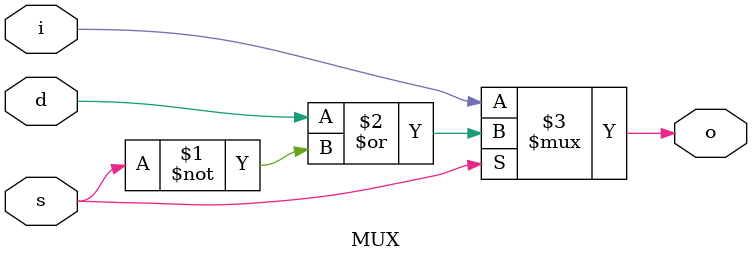
<source format=v>
module MUX(	// file.cleaned.mlir:2:3
  input  i,	// file.cleaned.mlir:2:21
         s,	// file.cleaned.mlir:2:33
         d,	// file.cleaned.mlir:2:45
  output o	// file.cleaned.mlir:2:58
);

  assign o = s ? d | ~s : i;	// file.cleaned.mlir:4:10, :5:10, :6:10, :7:5
endmodule


</source>
